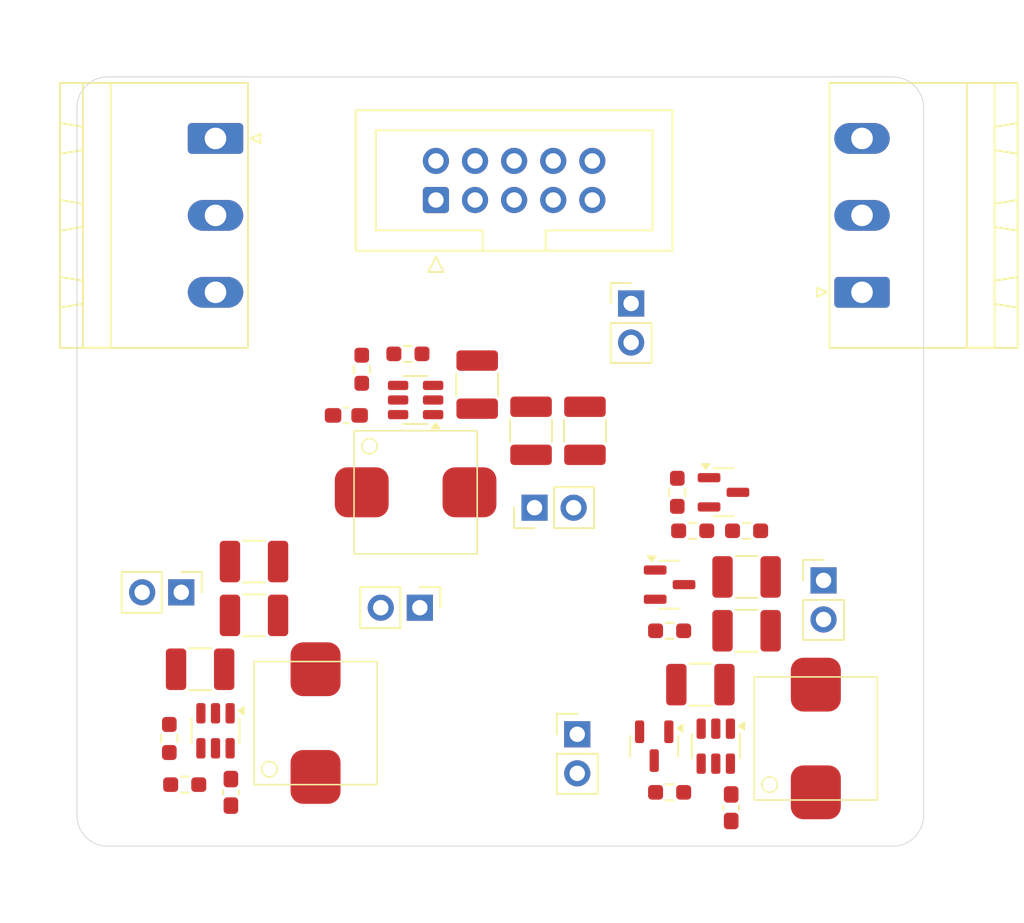
<source format=kicad_pcb>
(kicad_pcb
	(version 20240108)
	(generator "pcbnew")
	(generator_version "8.0")
	(general
		(thickness 1.6)
		(legacy_teardrops no)
	)
	(paper "A4")
	(layers
		(0 "F.Cu" signal)
		(1 "In1.Cu" signal)
		(2 "In2.Cu" signal)
		(31 "B.Cu" signal)
		(32 "B.Adhes" user "B.Adhesive")
		(33 "F.Adhes" user "F.Adhesive")
		(34 "B.Paste" user)
		(35 "F.Paste" user)
		(36 "B.SilkS" user "B.Silkscreen")
		(37 "F.SilkS" user "F.Silkscreen")
		(38 "B.Mask" user)
		(39 "F.Mask" user)
		(40 "Dwgs.User" user "User.Drawings")
		(41 "Cmts.User" user "User.Comments")
		(42 "Eco1.User" user "User.Eco1")
		(43 "Eco2.User" user "User.Eco2")
		(44 "Edge.Cuts" user)
		(45 "Margin" user)
		(46 "B.CrtYd" user "B.Courtyard")
		(47 "F.CrtYd" user "F.Courtyard")
		(48 "B.Fab" user)
		(49 "F.Fab" user)
		(50 "User.1" user)
		(51 "User.2" user)
		(52 "User.3" user)
		(53 "User.4" user)
		(54 "User.5" user)
		(55 "User.6" user)
		(56 "User.7" user)
		(57 "User.8" user)
		(58 "User.9" user)
	)
	(setup
		(stackup
			(layer "F.SilkS"
				(type "Top Silk Screen")
			)
			(layer "F.Paste"
				(type "Top Solder Paste")
			)
			(layer "F.Mask"
				(type "Top Solder Mask")
				(thickness 0.01)
			)
			(layer "F.Cu"
				(type "copper")
				(thickness 0.035)
			)
			(layer "dielectric 1"
				(type "prepreg")
				(thickness 0.1)
				(material "FR4")
				(epsilon_r 4.5)
				(loss_tangent 0.02)
			)
			(layer "In1.Cu"
				(type "copper")
				(thickness 0.035)
			)
			(layer "dielectric 2"
				(type "core")
				(thickness 1.24)
				(material "FR4")
				(epsilon_r 4.5)
				(loss_tangent 0.02)
			)
			(layer "In2.Cu"
				(type "copper")
				(thickness 0.035)
			)
			(layer "dielectric 3"
				(type "prepreg")
				(thickness 0.1)
				(material "FR4")
				(epsilon_r 4.5)
				(loss_tangent 0.02)
			)
			(layer "B.Cu"
				(type "copper")
				(thickness 0.035)
			)
			(layer "B.Mask"
				(type "Bottom Solder Mask")
				(thickness 0.01)
			)
			(layer "B.Paste"
				(type "Bottom Solder Paste")
			)
			(layer "B.SilkS"
				(type "Bottom Silk Screen")
			)
			(copper_finish "HAL SnPb")
			(dielectric_constraints no)
		)
		(pad_to_mask_clearance 0.05)
		(solder_mask_min_width 0.1)
		(allow_soldermask_bridges_in_footprints no)
		(grid_origin 45 100)
		(pcbplotparams
			(layerselection 0x00010fc_ffffffff)
			(plot_on_all_layers_selection 0x0000000_00000000)
			(disableapertmacros no)
			(usegerberextensions no)
			(usegerberattributes yes)
			(usegerberadvancedattributes yes)
			(creategerberjobfile yes)
			(dashed_line_dash_ratio 12.000000)
			(dashed_line_gap_ratio 3.000000)
			(svgprecision 4)
			(plotframeref no)
			(viasonmask no)
			(mode 1)
			(useauxorigin no)
			(hpglpennumber 1)
			(hpglpenspeed 20)
			(hpglpendiameter 15.000000)
			(pdf_front_fp_property_popups yes)
			(pdf_back_fp_property_popups yes)
			(dxfpolygonmode yes)
			(dxfimperialunits yes)
			(dxfusepcbnewfont yes)
			(psnegative no)
			(psa4output no)
			(plotreference yes)
			(plotvalue yes)
			(plotfptext yes)
			(plotinvisibletext no)
			(sketchpadsonfab no)
			(subtractmaskfromsilk no)
			(outputformat 1)
			(mirror no)
			(drillshape 1)
			(scaleselection 1)
			(outputdirectory "")
		)
	)
	(net 0 "")
	(net 1 "GND")
	(net 2 "Net-(U1-BST)")
	(net 3 "Net-(U2-BST)")
	(net 4 "Net-(J3-Pin_1)")
	(net 5 "Net-(J4-Pin_2)")
	(net 6 "Net-(J8-Pin_2)")
	(net 7 "Net-(U5-BST)")
	(net 8 "/AP62250/V+in")
	(net 9 "/AP62250/V-in")
	(net 10 "/AP62250/V+ut")
	(net 11 "/AP62250/V-ut")
	(net 12 "Net-(Q1-E)")
	(net 13 "Net-(Q1-B)")
	(net 14 "Net-(Q1-C)")
	(net 15 "Net-(U3-REF)")
	(net 16 "/AP62250/Vin1")
	(net 17 "/AP62250/SW1")
	(net 18 "/AP62250/SW2")
	(net 19 "/AP62250/Vin2")
	(net 20 "/AP62250/Vin3")
	(net 21 "/AP62250/SW3")
	(net 22 "/AP62250/FB3")
	(net 23 "/AP62250/FB1")
	(net 24 "/AP62250/FB2")
	(footprint "Package_TO_SOT_SMD:SOT-23" (layer "F.Cu") (at 87 77))
	(footprint "Resistor_SMD:R_0603_1608Metric_Pad0.98x0.95mm_HandSolder" (layer "F.Cu") (at 84 77 90))
	(footprint "Connector_PinHeader_2.54mm:PinHeader_1x02_P2.54mm_Vertical" (layer "F.Cu") (at 77.5 92.725))
	(footprint "Resistor_SMD:R_0603_1608Metric_Pad0.98x0.95mm_HandSolder" (layer "F.Cu") (at 51 93 90))
	(footprint "Capacitor_SMD:C_1210_3225Metric_Pad1.33x2.70mm_HandSolder" (layer "F.Cu") (at 56.5 81.5))
	(footprint "Connector_Phoenix_MSTB:PhoenixContact_MSTBA_2,5_3-G_1x03_P5.00mm_Horizontal" (layer "F.Cu") (at 96 64 90))
	(footprint "Capacitor_SMD:C_1210_3225Metric_Pad1.33x2.70mm_HandSolder" (layer "F.Cu") (at 53 88.5))
	(footprint "buck_lib:L_Eaton_DR74" (layer "F.Cu") (at 93 93 90))
	(footprint "Resistor_SMD:R_0603_1608Metric_Pad0.98x0.95mm_HandSolder" (layer "F.Cu") (at 66.5 68))
	(footprint "Capacitor_SMD:C_1210_3225Metric_Pad1.33x2.70mm_HandSolder" (layer "F.Cu") (at 56.5 85))
	(footprint "Package_TO_SOT_SMD:TSOT-23-6" (layer "F.Cu") (at 86.5 93.5 -90))
	(footprint "Resistor_SMD:R_0603_1608Metric_Pad0.98x0.95mm_HandSolder" (layer "F.Cu") (at 83.5 86))
	(footprint "Connector_PinHeader_2.54mm:PinHeader_1x02_P2.54mm_Vertical" (layer "F.Cu") (at 93.5 82.725))
	(footprint "Package_TO_SOT_SMD:SOT-23" (layer "F.Cu") (at 83.5 83))
	(footprint "Capacitor_SMD:C_1210_3225Metric_Pad1.33x2.70mm_HandSolder" (layer "F.Cu") (at 71 70 -90))
	(footprint "Capacitor_SMD:C_0603_1608Metric_Pad1.08x0.95mm_HandSolder" (layer "F.Cu") (at 87.5 97.5 -90))
	(footprint "Package_TO_SOT_SMD:TSOT-23-6" (layer "F.Cu") (at 54 92.5 -90))
	(footprint "Connector_PinHeader_2.54mm:PinHeader_1x02_P2.54mm_Vertical" (layer "F.Cu") (at 81 64.725))
	(footprint "Resistor_SMD:R_0603_1608Metric_Pad0.98x0.95mm_HandSolder" (layer "F.Cu") (at 88.5 79.5))
	(footprint "Capacitor_SMD:C_0603_1608Metric_Pad1.08x0.95mm_HandSolder" (layer "F.Cu") (at 55 96.5 -90))
	(footprint "Connector_Phoenix_MSTB:PhoenixContact_MSTBA_2,5_3-G_1x03_P5.00mm_Horizontal" (layer "F.Cu") (at 54 54 -90))
	(footprint "buck_lib:L_Eaton_DR74" (layer "F.Cu") (at 60.5 92 90))
	(footprint "Package_TO_SOT_SMD:TSOT-23-6" (layer "F.Cu") (at 67 71 180))
	(footprint "Capacitor_SMD:C_0603_1608Metric_Pad1.08x0.95mm_HandSolder" (layer "F.Cu") (at 62.5 72 180))
	(footprint "Connector_PinHeader_2.54mm:PinHeader_1x02_P2.54mm_Vertical" (layer "F.Cu") (at 67.275 84.5 -90))
	(footprint "Connector_PinHeader_2.54mm:PinHeader_1x02_P2.54mm_Vertical" (layer "F.Cu") (at 74.725 78 90))
	(footprint "buck_lib:L_Eaton_DR74" (layer "F.Cu") (at 67 77))
	(footprint "Package_TO_SOT_SMD:SOT-23" (layer "F.Cu") (at 82.5 93.5 -90))
	(footprint "Resistor_SMD:R_0603_1608Metric_Pad0.98x0.95mm_HandSolder" (layer "F.Cu") (at 63.5 69 90))
	(footprint "Resistor_SMD:R_0603_1608Metric_Pad0.98x0.95mm_HandSolder" (layer "F.Cu") (at 52 96 180))
	(footprint "Connector_IDC:IDC-Header_2x05_P2.54mm_Vertical" (layer "F.Cu") (at 68.32 58 90))
	(footprint "Capacitor_SMD:C_1210_3225Metric_Pad1.33x2.70mm_HandSolder" (layer "F.Cu") (at 88.5 82.5))
	(footprint "Resistor_SMD:R_0603_1608Metric_Pad0.98x0.95mm_HandSolder" (layer "F.Cu") (at 83.5 96.5 180))
	(footprint "Connector_PinHeader_2.54mm:PinHeader_1x02_P2.54mm_Vertical" (layer "F.Cu") (at 51.775 83.5 -90))
	(footprint "Capacitor_SMD:C_1210_3225Metric_Pad1.33x2.70mm_HandSolder" (layer "F.Cu") (at 88.5 86))
	(footprint "Capacitor_SMD:C_1210_3225Metric_Pad1.33x2.70mm_HandSolder" (layer "F.Cu") (at 78 73 90))
	(footprint "Capacitor_SMD:C_1210_3225Metric_Pad1.33x2.70mm_HandSolder"
		(locked yes)
		(layer "F.Cu")
		(uuid "ecccdbdf-43db-4849-a37a-d9cb9c2e505f")
		(at 74.5 73 90)
		(descr "Capacitor SMD 1210 (3225 Metric), square (rectangular) end terminal, IPC_7351 nominal with elongated pad for handsoldering. (Body size source: IPC-SM-782 page 76, https://www.pcb-3d.com/wordpress/wp-content/uploads/ipc-sm-782a_amendment_1_and_2.pdf), generated with kicad-footprint-generator")
		(tags "capacitor handsolder")
		(property "Reference" "C5"
			(at 0 -2.3 270)
			(layer "F.SilkS")
			(hide yes)
			(uuid "b7f20c8d-d0ab-454e-8a06-1b710c6b4fc6")
			(effects
				(font
					(size 1 1)
					(thickness 0.15)
				)
			)
		)
		(property "Value" "22u"
			(at 0 2.3 270)
			(layer "F.Fab")
			(hide yes)
			(uuid "a45a43a0-e23d-4dfc-adce-c525711dc3af")
			(effects
				(font
					(size 1 1)
					(thickness 0.15)
				)
			)
		)
		(property "Footprint" "Capacitor_SMD:C_1210_3225Metric_Pad1.33x2.70mm_HandSolder"
			(at 0 0 90)
			(unlocked yes)
			(layer "F.Fab")
			(hide yes)
			(uuid "35794817-7790-4772-9db5-d79eca1cb68f")
			(effects
				(font
					(size 1.27 1.27)
				)
			)
		)
		(property "Datasheet" ""
			(at 0 0 90)
			(unlocked yes)
			(layer "F.Fab")
			(hide yes)
			(uuid "d7188e13-fb38-48fd-a688-5eefd68e7dd7")
			(effects
				(font
					(size 1.27 1.27)
				)
			)
		)
		(property "Description" "Unpolarized capacitor"
			(at 0 0 90)
			(unlocked yes)
			(layer "F.Fab")
			(hide yes)
			(uuid "c433d920-c3f6-478b-9957-126652c344ad")
			(effects
				(font
					(size 1.27 1.27)
				)
			)
		)
		(property "Package" "1210"
			(at 0 0 90)
			(unlocked yes)
			(layer "F.Fab")
			(hide yes)
			(uuid "b9da8199-5ac8-45f0-aa28-85eee33209e1")
			(effects
				(font
					(size 1 1)
					(thickness 0.15)
				)
			)
		)
		(property "Voltage" "16V"
			(at 0 0 90)
			(unlocked yes)
			(layer "F.Fab")
			(hide yes)
			(uuid "691becb9-1d73-445a-9989-89b14ebce9df")
			(effects
				(font
					(size 1 1)
					(thickness 0.15)
				)
			)
		)
		(property ki_fp_filters "C_*")
		(path "/14910d45-acbf-48a1-8153-782847a0fd20/92898922-a392-4553-b1a8-acfb8d4ad257")
		(sheetname "AP62250")
		(sheetfile "ap62250.kicad_sch")
		(attr smd)
		(fp_line
			(start -0.711252 -1.36)
			(end 0.711252 -1.36)
			(stroke
				(width 0.12)
				(type solid)
			)
			(layer "F.SilkS")
			(uuid "32bd3a63-90cb-49e9-a971-501bc04ebab3")
		)
		(fp_line
			(start -0.711252 1.36)
			(end 0.711252 1.36)
			(stroke
				(width 0.12)
				(type solid)
			)
			(layer "F.SilkS")
			(uuid "c27d4eb2-7d16-45ac-b733-06a10212a8df")
		)
		(fp_line
			(start 2.48 -1.6)
			(end 2.48 1.6)
			(stroke
				(width 0.05)
				(type solid)
			)
			(layer "F.CrtYd")
			(uuid "31bcbf54-7fa5-477d-a678-39eb9eea7d60")
		)
		(fp_line
			(start -2.48 -1.6)
			(end 2.48 -1.6)
			(stroke
				(width 0.05)
				(type solid)
			)
			(layer "F.CrtYd")
			(uuid "38c2634f-90e6-4e02-8b07-eecf39beb4ce")
		)
		(fp_line
			(start 2.48 1.6)
			(end -2.48 1.6)
			(stroke
				(width 0.05)
				(type solid)
			)
			(layer "F.CrtYd")
			(uuid "524e1316-cd41-4d82-8174-ecdfda710d78")
		)
		(fp_line
			(start -2.48 1.6)
			(end -2.48 -1.6)
			(stroke
				(width 0.05)
				(type solid)
			)
			(layer "F.CrtYd")
			(uuid "7e94642d-edef-41aa-937d-2b9f9d76a6a4")
		)
		(fp_line
			(start 1.6 -1.25)
			(end 1.6 1.25)
			(stroke
				(width 0.1)
				(type solid)
			)
			(layer "F.Fab")
			(uuid "0b565bab-10df-47d8-b2ee-b579be710f48")
		)
		(fp_line
			(start -1.6 -1.25)
			(end 1.6 -1.25)
			(stroke
				(width 0.1)
				(type solid)
			)
			(layer "F.Fab")
			(uuid "3f9266ee-b459-4ba6-967a-6a5c7ffb127f")
		)
		(fp_line
			(start 1.6 1.25)
			(end -1.6 1.25)
			(stroke
				(width 0.1)
				(type solid)
			)
			(layer "F.Fab")
			(uuid "8ac217f7-1c54-4248-8ef6-77a0eea44b3a")
		)
		(fp_line
			(start -1.6 1.25)
			(end -1.6 -1.25)
			(stroke
				(width 0.1)
				(type solid)
			)
			(layer "F.Fab")
			(uuid "572865a4-f208-403b-a6b9-c77e8d2e38f0")
		)
		(fp_text user "${REFERENCE}"
			(at 0 0 270)
			(layer "F.Fab")
			(uuid "7e1e5f19-9d51-4264-8e6f-a538804b3462")
			(effects
				(font
					(size 0.8 0.8)
					(thickness 0.12)
				)
			)
		)
		(pad "1" smd roundrect
			(at -1.5625 0 90)
			(size 1.325 2.7)
			(layers "F.Cu" "F.Paste" "F.Mask")
			(roundrect_rratio 0.188679)
			(net 4 "Net-(J3-Pin_1)")
			(pintype "passive")
			(uuid "a7967aea-ea35-443d-b143-0863ce8bfb7f")
		)
		(pad "2
... [14875 chars truncated]
</source>
